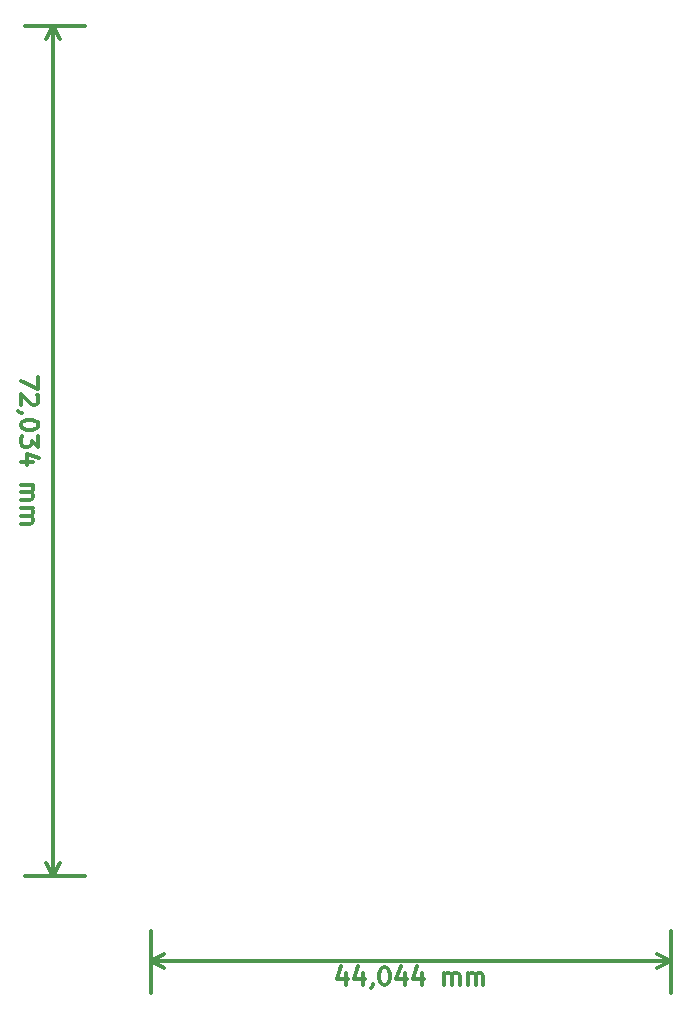
<source format=gbr>
G04 #@! TF.FileFunction,Other,Fab,Top*
%FSLAX46Y46*%
G04 Gerber Fmt 4.6, Leading zero omitted, Abs format (unit mm)*
G04 Created by KiCad (PCBNEW 4.0.6) date 04/11/19 07:30:19*
%MOMM*%
%LPD*%
G01*
G04 APERTURE LIST*
%ADD10C,0.100000*%
%ADD11C,0.300000*%
G04 APERTURE END LIST*
D10*
D11*
X144080601Y-129146171D02*
X144080601Y-130146171D01*
X143723458Y-128574743D02*
X143366315Y-129646171D01*
X144294887Y-129646171D01*
X145509172Y-129146171D02*
X145509172Y-130146171D01*
X145152029Y-128574743D02*
X144794886Y-129646171D01*
X145723458Y-129646171D01*
X146366314Y-130074743D02*
X146366314Y-130146171D01*
X146294886Y-130289029D01*
X146223457Y-130360457D01*
X147294886Y-128646171D02*
X147437743Y-128646171D01*
X147580600Y-128717600D01*
X147652029Y-128789029D01*
X147723458Y-128931886D01*
X147794886Y-129217600D01*
X147794886Y-129574743D01*
X147723458Y-129860457D01*
X147652029Y-130003314D01*
X147580600Y-130074743D01*
X147437743Y-130146171D01*
X147294886Y-130146171D01*
X147152029Y-130074743D01*
X147080600Y-130003314D01*
X147009172Y-129860457D01*
X146937743Y-129574743D01*
X146937743Y-129217600D01*
X147009172Y-128931886D01*
X147080600Y-128789029D01*
X147152029Y-128717600D01*
X147294886Y-128646171D01*
X149080600Y-129146171D02*
X149080600Y-130146171D01*
X148723457Y-128574743D02*
X148366314Y-129646171D01*
X149294886Y-129646171D01*
X150509171Y-129146171D02*
X150509171Y-130146171D01*
X150152028Y-128574743D02*
X149794885Y-129646171D01*
X150723457Y-129646171D01*
X152437742Y-130146171D02*
X152437742Y-129146171D01*
X152437742Y-129289029D02*
X152509170Y-129217600D01*
X152652028Y-129146171D01*
X152866313Y-129146171D01*
X153009170Y-129217600D01*
X153080599Y-129360457D01*
X153080599Y-130146171D01*
X153080599Y-129360457D02*
X153152028Y-129217600D01*
X153294885Y-129146171D01*
X153509170Y-129146171D01*
X153652028Y-129217600D01*
X153723456Y-129360457D01*
X153723456Y-130146171D01*
X154437742Y-130146171D02*
X154437742Y-129146171D01*
X154437742Y-129289029D02*
X154509170Y-129217600D01*
X154652028Y-129146171D01*
X154866313Y-129146171D01*
X155009170Y-129217600D01*
X155080599Y-129360457D01*
X155080599Y-130146171D01*
X155080599Y-129360457D02*
X155152028Y-129217600D01*
X155294885Y-129146171D01*
X155509170Y-129146171D01*
X155652028Y-129217600D01*
X155723456Y-129360457D01*
X155723456Y-130146171D01*
X127558800Y-128117600D02*
X171602400Y-128117600D01*
X127558800Y-125577600D02*
X127558800Y-130817600D01*
X171602400Y-125577600D02*
X171602400Y-130817600D01*
X171602400Y-128117600D02*
X170475896Y-128704021D01*
X171602400Y-128117600D02*
X170475896Y-127531179D01*
X127558800Y-128117600D02*
X128685304Y-128704021D01*
X127558800Y-128117600D02*
X128685304Y-127531179D01*
X118067829Y-78651887D02*
X118067829Y-79651887D01*
X116567829Y-79009030D01*
X117924971Y-80151886D02*
X117996400Y-80223315D01*
X118067829Y-80366172D01*
X118067829Y-80723315D01*
X117996400Y-80866172D01*
X117924971Y-80937601D01*
X117782114Y-81009029D01*
X117639257Y-81009029D01*
X117424971Y-80937601D01*
X116567829Y-80080458D01*
X116567829Y-81009029D01*
X116639257Y-81723314D02*
X116567829Y-81723314D01*
X116424971Y-81651886D01*
X116353543Y-81580457D01*
X118067829Y-82651886D02*
X118067829Y-82794743D01*
X117996400Y-82937600D01*
X117924971Y-83009029D01*
X117782114Y-83080458D01*
X117496400Y-83151886D01*
X117139257Y-83151886D01*
X116853543Y-83080458D01*
X116710686Y-83009029D01*
X116639257Y-82937600D01*
X116567829Y-82794743D01*
X116567829Y-82651886D01*
X116639257Y-82509029D01*
X116710686Y-82437600D01*
X116853543Y-82366172D01*
X117139257Y-82294743D01*
X117496400Y-82294743D01*
X117782114Y-82366172D01*
X117924971Y-82437600D01*
X117996400Y-82509029D01*
X118067829Y-82651886D01*
X118067829Y-83651886D02*
X118067829Y-84580457D01*
X117496400Y-84080457D01*
X117496400Y-84294743D01*
X117424971Y-84437600D01*
X117353543Y-84509029D01*
X117210686Y-84580457D01*
X116853543Y-84580457D01*
X116710686Y-84509029D01*
X116639257Y-84437600D01*
X116567829Y-84294743D01*
X116567829Y-83866171D01*
X116639257Y-83723314D01*
X116710686Y-83651886D01*
X117567829Y-85866171D02*
X116567829Y-85866171D01*
X118139257Y-85509028D02*
X117067829Y-85151885D01*
X117067829Y-86080457D01*
X116567829Y-87794742D02*
X117567829Y-87794742D01*
X117424971Y-87794742D02*
X117496400Y-87866170D01*
X117567829Y-88009028D01*
X117567829Y-88223313D01*
X117496400Y-88366170D01*
X117353543Y-88437599D01*
X116567829Y-88437599D01*
X117353543Y-88437599D02*
X117496400Y-88509028D01*
X117567829Y-88651885D01*
X117567829Y-88866170D01*
X117496400Y-89009028D01*
X117353543Y-89080456D01*
X116567829Y-89080456D01*
X116567829Y-89794742D02*
X117567829Y-89794742D01*
X117424971Y-89794742D02*
X117496400Y-89866170D01*
X117567829Y-90009028D01*
X117567829Y-90223313D01*
X117496400Y-90366170D01*
X117353543Y-90437599D01*
X116567829Y-90437599D01*
X117353543Y-90437599D02*
X117496400Y-90509028D01*
X117567829Y-90651885D01*
X117567829Y-90866170D01*
X117496400Y-91009028D01*
X117353543Y-91080456D01*
X116567829Y-91080456D01*
X119278400Y-48920400D02*
X119278400Y-120954800D01*
X116890800Y-48920400D02*
X121978400Y-48920400D01*
X116890800Y-120954800D02*
X121978400Y-120954800D01*
X119278400Y-120954800D02*
X118691979Y-119828296D01*
X119278400Y-120954800D02*
X119864821Y-119828296D01*
X119278400Y-48920400D02*
X118691979Y-50046904D01*
X119278400Y-48920400D02*
X119864821Y-50046904D01*
M02*

</source>
